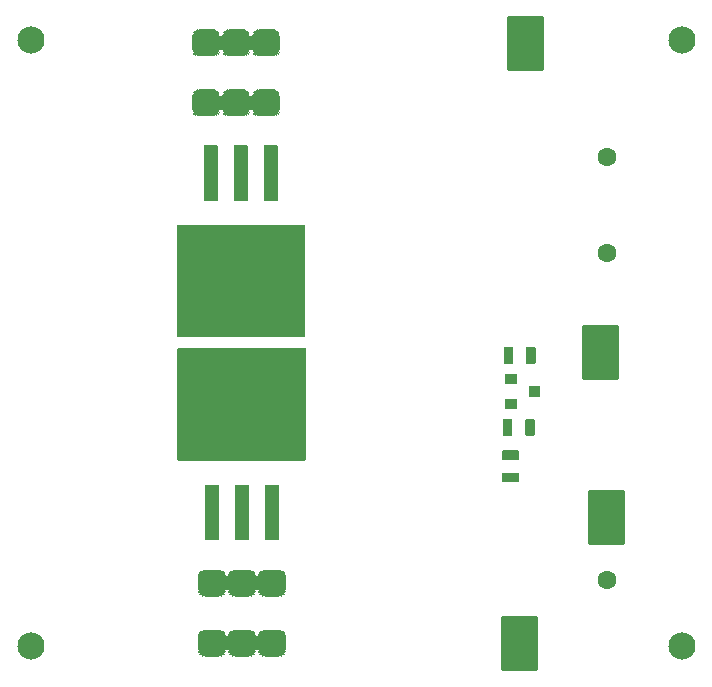
<source format=gbr>
G04 #@! TF.GenerationSoftware,KiCad,Pcbnew,(5.1.10-1-10_14)*
G04 #@! TF.CreationDate,2021-09-30T23:38:58-04:00*
G04 #@! TF.ProjectId,lv_bms_tester_board,6c765f62-6d73-45f7-9465-737465725f62,rev?*
G04 #@! TF.SameCoordinates,Original*
G04 #@! TF.FileFunction,Soldermask,Top*
G04 #@! TF.FilePolarity,Negative*
%FSLAX46Y46*%
G04 Gerber Fmt 4.6, Leading zero omitted, Abs format (unit mm)*
G04 Created by KiCad (PCBNEW (5.1.10-1-10_14)) date 2021-09-30 23:38:58*
%MOMM*%
%LPD*%
G01*
G04 APERTURE LIST*
%ADD10C,2.302000*%
%ADD11C,1.602000*%
%ADD12C,0.100000*%
G04 APERTURE END LIST*
G36*
G01*
X145010000Y-82565000D02*
X142010000Y-82565000D01*
G75*
G02*
X141959000Y-82514000I0J51000D01*
G01*
X141959000Y-78014000D01*
G75*
G02*
X142010000Y-77963000I51000J0D01*
G01*
X145010000Y-77963000D01*
G75*
G02*
X145061000Y-78014000I0J-51000D01*
G01*
X145061000Y-82514000D01*
G75*
G02*
X145010000Y-82565000I-51000J0D01*
G01*
G37*
G36*
G01*
X144502000Y-133365000D02*
X141502000Y-133365000D01*
G75*
G02*
X141451000Y-133314000I0J51000D01*
G01*
X141451000Y-128814000D01*
G75*
G02*
X141502000Y-128763000I51000J0D01*
G01*
X144502000Y-128763000D01*
G75*
G02*
X144553000Y-128814000I0J-51000D01*
G01*
X144553000Y-133314000D01*
G75*
G02*
X144502000Y-133365000I-51000J0D01*
G01*
G37*
G36*
G01*
X151360000Y-108727000D02*
X148360000Y-108727000D01*
G75*
G02*
X148309000Y-108676000I0J51000D01*
G01*
X148309000Y-104176000D01*
G75*
G02*
X148360000Y-104125000I51000J0D01*
G01*
X151360000Y-104125000D01*
G75*
G02*
X151411000Y-104176000I0J-51000D01*
G01*
X151411000Y-108676000D01*
G75*
G02*
X151360000Y-108727000I-51000J0D01*
G01*
G37*
G36*
G01*
X151868000Y-122697000D02*
X148868000Y-122697000D01*
G75*
G02*
X148817000Y-122646000I0J51000D01*
G01*
X148817000Y-118146000D01*
G75*
G02*
X148868000Y-118095000I51000J0D01*
G01*
X151868000Y-118095000D01*
G75*
G02*
X151919000Y-118146000I0J-51000D01*
G01*
X151919000Y-122646000D01*
G75*
G02*
X151868000Y-122697000I-51000J0D01*
G01*
G37*
D10*
X101600000Y-80010000D03*
X101600000Y-131318000D03*
X156718000Y-131318000D03*
X156718000Y-80010000D03*
G36*
G01*
X144353000Y-106029999D02*
X144353000Y-107330001D01*
G75*
G02*
X144302001Y-107381000I-50999J0D01*
G01*
X143601999Y-107381000D01*
G75*
G02*
X143551000Y-107330001I0J50999D01*
G01*
X143551000Y-106029999D01*
G75*
G02*
X143601999Y-105979000I50999J0D01*
G01*
X144302001Y-105979000D01*
G75*
G02*
X144353000Y-106029999I0J-50999D01*
G01*
G37*
G36*
G01*
X142453000Y-106029999D02*
X142453000Y-107330001D01*
G75*
G02*
X142402001Y-107381000I-50999J0D01*
G01*
X141701999Y-107381000D01*
G75*
G02*
X141651000Y-107330001I0J50999D01*
G01*
X141651000Y-106029999D01*
G75*
G02*
X141701999Y-105979000I50999J0D01*
G01*
X142402001Y-105979000D01*
G75*
G02*
X142453000Y-106029999I0J-50999D01*
G01*
G37*
D11*
X150368000Y-89916000D03*
X150368000Y-125730000D03*
X150368000Y-97986000D03*
G36*
G01*
X142387000Y-112125999D02*
X142387000Y-113426001D01*
G75*
G02*
X142336001Y-113477000I-50999J0D01*
G01*
X141635999Y-113477000D01*
G75*
G02*
X141585000Y-113426001I0J50999D01*
G01*
X141585000Y-112125999D01*
G75*
G02*
X141635999Y-112075000I50999J0D01*
G01*
X142336001Y-112075000D01*
G75*
G02*
X142387000Y-112125999I0J-50999D01*
G01*
G37*
G36*
G01*
X144287000Y-112125999D02*
X144287000Y-113426001D01*
G75*
G02*
X144236001Y-113477000I-50999J0D01*
G01*
X143535999Y-113477000D01*
G75*
G02*
X143485000Y-113426001I0J50999D01*
G01*
X143485000Y-112125999D01*
G75*
G02*
X143535999Y-112075000I50999J0D01*
G01*
X144236001Y-112075000D01*
G75*
G02*
X144287000Y-112125999I0J-50999D01*
G01*
G37*
G36*
G01*
X141589999Y-116627000D02*
X142890001Y-116627000D01*
G75*
G02*
X142941000Y-116677999I0J-50999D01*
G01*
X142941000Y-117378001D01*
G75*
G02*
X142890001Y-117429000I-50999J0D01*
G01*
X141589999Y-117429000D01*
G75*
G02*
X141539000Y-117378001I0J50999D01*
G01*
X141539000Y-116677999D01*
G75*
G02*
X141589999Y-116627000I50999J0D01*
G01*
G37*
G36*
G01*
X141589999Y-114727000D02*
X142890001Y-114727000D01*
G75*
G02*
X142941000Y-114777999I0J-50999D01*
G01*
X142941000Y-115478001D01*
G75*
G02*
X142890001Y-115529000I-50999J0D01*
G01*
X141589999Y-115529000D01*
G75*
G02*
X141539000Y-115478001I0J50999D01*
G01*
X141539000Y-114777999D01*
G75*
G02*
X141589999Y-114727000I50999J0D01*
G01*
G37*
G36*
G01*
X144773000Y-109328000D02*
X144773000Y-110128000D01*
G75*
G02*
X144722000Y-110179000I-51000J0D01*
G01*
X143822000Y-110179000D01*
G75*
G02*
X143771000Y-110128000I0J51000D01*
G01*
X143771000Y-109328000D01*
G75*
G02*
X143822000Y-109277000I51000J0D01*
G01*
X144722000Y-109277000D01*
G75*
G02*
X144773000Y-109328000I0J-51000D01*
G01*
G37*
G36*
G01*
X142773000Y-108278000D02*
X142773000Y-109078000D01*
G75*
G02*
X142722000Y-109129000I-51000J0D01*
G01*
X141822000Y-109129000D01*
G75*
G02*
X141771000Y-109078000I0J51000D01*
G01*
X141771000Y-108278000D01*
G75*
G02*
X141822000Y-108227000I51000J0D01*
G01*
X142722000Y-108227000D01*
G75*
G02*
X142773000Y-108278000I0J-51000D01*
G01*
G37*
G36*
G01*
X142773000Y-110378000D02*
X142773000Y-111178000D01*
G75*
G02*
X142722000Y-111229000I-51000J0D01*
G01*
X141822000Y-111229000D01*
G75*
G02*
X141771000Y-111178000I0J51000D01*
G01*
X141771000Y-110378000D01*
G75*
G02*
X141822000Y-110327000I51000J0D01*
G01*
X142722000Y-110327000D01*
G75*
G02*
X142773000Y-110378000I0J-51000D01*
G01*
G37*
G36*
G01*
X115309000Y-85865500D02*
X115309000Y-84714500D01*
G75*
G02*
X115884500Y-84139000I575500J0D01*
G01*
X117035500Y-84139000D01*
G75*
G02*
X117611000Y-84714500I0J-575500D01*
G01*
X117611000Y-85865500D01*
G75*
G02*
X117035500Y-86441000I-575500J0D01*
G01*
X115884500Y-86441000D01*
G75*
G02*
X115309000Y-85865500I0J575500D01*
G01*
G37*
G36*
G01*
X117849000Y-85865500D02*
X117849000Y-84714500D01*
G75*
G02*
X118424500Y-84139000I575500J0D01*
G01*
X119575500Y-84139000D01*
G75*
G02*
X120151000Y-84714500I0J-575500D01*
G01*
X120151000Y-85865500D01*
G75*
G02*
X119575500Y-86441000I-575500J0D01*
G01*
X118424500Y-86441000D01*
G75*
G02*
X117849000Y-85865500I0J575500D01*
G01*
G37*
G36*
G01*
X120389000Y-85865500D02*
X120389000Y-84714500D01*
G75*
G02*
X120964500Y-84139000I575500J0D01*
G01*
X122115500Y-84139000D01*
G75*
G02*
X122691000Y-84714500I0J-575500D01*
G01*
X122691000Y-85865500D01*
G75*
G02*
X122115500Y-86441000I-575500J0D01*
G01*
X120964500Y-86441000D01*
G75*
G02*
X120389000Y-85865500I0J575500D01*
G01*
G37*
G36*
G01*
X120389000Y-80785500D02*
X120389000Y-79634500D01*
G75*
G02*
X120964500Y-79059000I575500J0D01*
G01*
X122115500Y-79059000D01*
G75*
G02*
X122691000Y-79634500I0J-575500D01*
G01*
X122691000Y-80785500D01*
G75*
G02*
X122115500Y-81361000I-575500J0D01*
G01*
X120964500Y-81361000D01*
G75*
G02*
X120389000Y-80785500I0J575500D01*
G01*
G37*
G36*
G01*
X117849000Y-80785500D02*
X117849000Y-79634500D01*
G75*
G02*
X118424500Y-79059000I575500J0D01*
G01*
X119575500Y-79059000D01*
G75*
G02*
X120151000Y-79634500I0J-575500D01*
G01*
X120151000Y-80785500D01*
G75*
G02*
X119575500Y-81361000I-575500J0D01*
G01*
X118424500Y-81361000D01*
G75*
G02*
X117849000Y-80785500I0J575500D01*
G01*
G37*
G36*
G01*
X115309000Y-80785500D02*
X115309000Y-79634500D01*
G75*
G02*
X115884500Y-79059000I575500J0D01*
G01*
X117035500Y-79059000D01*
G75*
G02*
X117611000Y-79634500I0J-575500D01*
G01*
X117611000Y-80785500D01*
G75*
G02*
X117035500Y-81361000I-575500J0D01*
G01*
X115884500Y-81361000D01*
G75*
G02*
X115309000Y-80785500I0J575500D01*
G01*
G37*
G36*
G01*
X115809000Y-131615500D02*
X115809000Y-130464500D01*
G75*
G02*
X116384500Y-129889000I575500J0D01*
G01*
X117535500Y-129889000D01*
G75*
G02*
X118111000Y-130464500I0J-575500D01*
G01*
X118111000Y-131615500D01*
G75*
G02*
X117535500Y-132191000I-575500J0D01*
G01*
X116384500Y-132191000D01*
G75*
G02*
X115809000Y-131615500I0J575500D01*
G01*
G37*
G36*
G01*
X118349000Y-131615500D02*
X118349000Y-130464500D01*
G75*
G02*
X118924500Y-129889000I575500J0D01*
G01*
X120075500Y-129889000D01*
G75*
G02*
X120651000Y-130464500I0J-575500D01*
G01*
X120651000Y-131615500D01*
G75*
G02*
X120075500Y-132191000I-575500J0D01*
G01*
X118924500Y-132191000D01*
G75*
G02*
X118349000Y-131615500I0J575500D01*
G01*
G37*
G36*
G01*
X120889000Y-131615500D02*
X120889000Y-130464500D01*
G75*
G02*
X121464500Y-129889000I575500J0D01*
G01*
X122615500Y-129889000D01*
G75*
G02*
X123191000Y-130464500I0J-575500D01*
G01*
X123191000Y-131615500D01*
G75*
G02*
X122615500Y-132191000I-575500J0D01*
G01*
X121464500Y-132191000D01*
G75*
G02*
X120889000Y-131615500I0J575500D01*
G01*
G37*
G36*
G01*
X120889000Y-126535500D02*
X120889000Y-125384500D01*
G75*
G02*
X121464500Y-124809000I575500J0D01*
G01*
X122615500Y-124809000D01*
G75*
G02*
X123191000Y-125384500I0J-575500D01*
G01*
X123191000Y-126535500D01*
G75*
G02*
X122615500Y-127111000I-575500J0D01*
G01*
X121464500Y-127111000D01*
G75*
G02*
X120889000Y-126535500I0J575500D01*
G01*
G37*
G36*
G01*
X118349000Y-126535500D02*
X118349000Y-125384500D01*
G75*
G02*
X118924500Y-124809000I575500J0D01*
G01*
X120075500Y-124809000D01*
G75*
G02*
X120651000Y-125384500I0J-575500D01*
G01*
X120651000Y-126535500D01*
G75*
G02*
X120075500Y-127111000I-575500J0D01*
G01*
X118924500Y-127111000D01*
G75*
G02*
X118349000Y-126535500I0J575500D01*
G01*
G37*
G36*
G01*
X115809000Y-126535500D02*
X115809000Y-125384500D01*
G75*
G02*
X116384500Y-124809000I575500J0D01*
G01*
X117535500Y-124809000D01*
G75*
G02*
X118111000Y-125384500I0J-575500D01*
G01*
X118111000Y-126535500D01*
G75*
G02*
X117535500Y-127111000I-575500J0D01*
G01*
X116384500Y-127111000D01*
G75*
G02*
X115809000Y-126535500I0J575500D01*
G01*
G37*
G36*
G01*
X121400000Y-88899000D02*
X122500000Y-88899000D01*
G75*
G02*
X122551000Y-88950000I0J-51000D01*
G01*
X122551000Y-93550000D01*
G75*
G02*
X122500000Y-93601000I-51000J0D01*
G01*
X121400000Y-93601000D01*
G75*
G02*
X121349000Y-93550000I0J51000D01*
G01*
X121349000Y-88950000D01*
G75*
G02*
X121400000Y-88899000I51000J0D01*
G01*
G37*
G36*
G01*
X114010000Y-95649000D02*
X124810000Y-95649000D01*
G75*
G02*
X124861000Y-95700000I0J-51000D01*
G01*
X124861000Y-105100000D01*
G75*
G02*
X124810000Y-105151000I-51000J0D01*
G01*
X114010000Y-105151000D01*
G75*
G02*
X113959000Y-105100000I0J51000D01*
G01*
X113959000Y-95700000D01*
G75*
G02*
X114010000Y-95649000I51000J0D01*
G01*
G37*
G36*
G01*
X116320000Y-88899000D02*
X117420000Y-88899000D01*
G75*
G02*
X117471000Y-88950000I0J-51000D01*
G01*
X117471000Y-93550000D01*
G75*
G02*
X117420000Y-93601000I-51000J0D01*
G01*
X116320000Y-93601000D01*
G75*
G02*
X116269000Y-93550000I0J51000D01*
G01*
X116269000Y-88950000D01*
G75*
G02*
X116320000Y-88899000I51000J0D01*
G01*
G37*
G36*
G01*
X118860000Y-88899000D02*
X119960000Y-88899000D01*
G75*
G02*
X120011000Y-88950000I0J-51000D01*
G01*
X120011000Y-93550000D01*
G75*
G02*
X119960000Y-93601000I-51000J0D01*
G01*
X118860000Y-93601000D01*
G75*
G02*
X118809000Y-93550000I0J51000D01*
G01*
X118809000Y-88950000D01*
G75*
G02*
X118860000Y-88899000I51000J0D01*
G01*
G37*
G36*
G01*
X117485000Y-122326000D02*
X116385000Y-122326000D01*
G75*
G02*
X116334000Y-122275000I0J51000D01*
G01*
X116334000Y-117675000D01*
G75*
G02*
X116385000Y-117624000I51000J0D01*
G01*
X117485000Y-117624000D01*
G75*
G02*
X117536000Y-117675000I0J-51000D01*
G01*
X117536000Y-122275000D01*
G75*
G02*
X117485000Y-122326000I-51000J0D01*
G01*
G37*
G36*
G01*
X124875000Y-115576000D02*
X114075000Y-115576000D01*
G75*
G02*
X114024000Y-115525000I0J51000D01*
G01*
X114024000Y-106125000D01*
G75*
G02*
X114075000Y-106074000I51000J0D01*
G01*
X124875000Y-106074000D01*
G75*
G02*
X124926000Y-106125000I0J-51000D01*
G01*
X124926000Y-115525000D01*
G75*
G02*
X124875000Y-115576000I-51000J0D01*
G01*
G37*
G36*
G01*
X122565000Y-122326000D02*
X121465000Y-122326000D01*
G75*
G02*
X121414000Y-122275000I0J51000D01*
G01*
X121414000Y-117675000D01*
G75*
G02*
X121465000Y-117624000I51000J0D01*
G01*
X122565000Y-117624000D01*
G75*
G02*
X122616000Y-117675000I0J-51000D01*
G01*
X122616000Y-122275000D01*
G75*
G02*
X122565000Y-122326000I-51000J0D01*
G01*
G37*
G36*
G01*
X120025000Y-122326000D02*
X118925000Y-122326000D01*
G75*
G02*
X118874000Y-122275000I0J51000D01*
G01*
X118874000Y-117675000D01*
G75*
G02*
X118925000Y-117624000I51000J0D01*
G01*
X120025000Y-117624000D01*
G75*
G02*
X120076000Y-117675000I0J-51000D01*
G01*
X120076000Y-122275000D01*
G75*
G02*
X120025000Y-122326000I-51000J0D01*
G01*
G37*
D12*
G36*
X117592056Y-129887010D02*
G01*
X117698157Y-129897460D01*
X117698542Y-129897536D01*
X117794669Y-129926696D01*
X117795031Y-129926846D01*
X117883613Y-129974194D01*
X117883939Y-129974412D01*
X117961587Y-130038136D01*
X117961864Y-130038413D01*
X118025588Y-130116061D01*
X118025806Y-130116387D01*
X118073154Y-130204969D01*
X118073304Y-130205331D01*
X118102464Y-130301458D01*
X118102540Y-130301843D01*
X118107583Y-130353042D01*
X118112307Y-130376794D01*
X118121534Y-130399068D01*
X118134929Y-130419116D01*
X118151976Y-130436163D01*
X118172023Y-130449557D01*
X118194297Y-130458784D01*
X118217947Y-130463488D01*
X118242053Y-130463488D01*
X118265703Y-130458784D01*
X118287977Y-130449557D01*
X118308025Y-130436162D01*
X118325072Y-130419115D01*
X118338466Y-130399068D01*
X118347693Y-130376794D01*
X118352417Y-130353042D01*
X118357460Y-130301843D01*
X118357536Y-130301458D01*
X118386696Y-130205331D01*
X118386846Y-130204969D01*
X118434194Y-130116387D01*
X118434412Y-130116061D01*
X118498136Y-130038413D01*
X118498413Y-130038136D01*
X118576061Y-129974412D01*
X118576387Y-129974194D01*
X118664969Y-129926846D01*
X118665331Y-129926696D01*
X118761458Y-129897536D01*
X118761843Y-129897460D01*
X118867944Y-129887010D01*
X118868140Y-129887000D01*
X118924500Y-129887000D01*
X118926232Y-129888000D01*
X118926232Y-129890000D01*
X118924696Y-129890990D01*
X118812621Y-129902028D01*
X118705035Y-129934664D01*
X118605885Y-129987660D01*
X118518981Y-130058981D01*
X118447660Y-130145885D01*
X118394664Y-130245035D01*
X118362028Y-130352621D01*
X118351000Y-130464594D01*
X118351000Y-131615406D01*
X118362028Y-131727379D01*
X118394664Y-131834965D01*
X118447660Y-131934115D01*
X118518981Y-132021019D01*
X118605885Y-132092340D01*
X118705035Y-132145336D01*
X118812621Y-132177972D01*
X118924696Y-132189010D01*
X118926322Y-132190175D01*
X118926126Y-132192165D01*
X118924500Y-132193000D01*
X118868140Y-132193000D01*
X118867944Y-132192990D01*
X118761843Y-132182540D01*
X118761458Y-132182464D01*
X118665331Y-132153304D01*
X118664969Y-132153154D01*
X118576387Y-132105806D01*
X118576061Y-132105588D01*
X118498413Y-132041864D01*
X118498136Y-132041587D01*
X118434412Y-131963939D01*
X118434194Y-131963613D01*
X118386846Y-131875031D01*
X118386696Y-131874669D01*
X118357536Y-131778542D01*
X118357460Y-131778157D01*
X118352417Y-131726958D01*
X118347693Y-131703206D01*
X118338466Y-131680932D01*
X118325071Y-131660884D01*
X118308024Y-131643837D01*
X118287977Y-131630443D01*
X118265703Y-131621216D01*
X118242053Y-131616512D01*
X118217947Y-131616512D01*
X118194297Y-131621216D01*
X118172023Y-131630443D01*
X118151975Y-131643838D01*
X118134928Y-131660885D01*
X118121534Y-131680932D01*
X118112307Y-131703206D01*
X118107583Y-131726958D01*
X118102540Y-131778157D01*
X118102464Y-131778542D01*
X118073304Y-131874669D01*
X118073154Y-131875031D01*
X118025806Y-131963613D01*
X118025588Y-131963939D01*
X117961864Y-132041587D01*
X117961587Y-132041864D01*
X117883939Y-132105588D01*
X117883613Y-132105806D01*
X117795031Y-132153154D01*
X117794669Y-132153304D01*
X117698542Y-132182464D01*
X117698157Y-132182540D01*
X117592056Y-132192990D01*
X117591860Y-132193000D01*
X117535500Y-132193000D01*
X117533768Y-132192000D01*
X117533768Y-132190000D01*
X117535304Y-132189010D01*
X117647379Y-132177972D01*
X117754965Y-132145336D01*
X117854115Y-132092340D01*
X117941019Y-132021019D01*
X118012340Y-131934115D01*
X118065336Y-131834965D01*
X118097972Y-131727379D01*
X118109000Y-131615406D01*
X118109000Y-130464594D01*
X118097972Y-130352621D01*
X118065336Y-130245035D01*
X118012340Y-130145885D01*
X117941019Y-130058981D01*
X117854115Y-129987660D01*
X117754965Y-129934664D01*
X117647379Y-129902028D01*
X117535304Y-129890990D01*
X117533678Y-129889825D01*
X117533874Y-129887835D01*
X117535500Y-129887000D01*
X117591860Y-129887000D01*
X117592056Y-129887010D01*
G37*
G36*
X120132056Y-129887010D02*
G01*
X120238157Y-129897460D01*
X120238542Y-129897536D01*
X120334669Y-129926696D01*
X120335031Y-129926846D01*
X120423613Y-129974194D01*
X120423939Y-129974412D01*
X120501587Y-130038136D01*
X120501864Y-130038413D01*
X120565588Y-130116061D01*
X120565806Y-130116387D01*
X120613154Y-130204969D01*
X120613304Y-130205331D01*
X120642464Y-130301458D01*
X120642540Y-130301843D01*
X120647583Y-130353042D01*
X120652307Y-130376794D01*
X120661534Y-130399068D01*
X120674929Y-130419116D01*
X120691976Y-130436163D01*
X120712023Y-130449557D01*
X120734297Y-130458784D01*
X120757947Y-130463488D01*
X120782053Y-130463488D01*
X120805703Y-130458784D01*
X120827977Y-130449557D01*
X120848025Y-130436162D01*
X120865072Y-130419115D01*
X120878466Y-130399068D01*
X120887693Y-130376794D01*
X120892417Y-130353042D01*
X120897460Y-130301843D01*
X120897536Y-130301458D01*
X120926696Y-130205331D01*
X120926846Y-130204969D01*
X120974194Y-130116387D01*
X120974412Y-130116061D01*
X121038136Y-130038413D01*
X121038413Y-130038136D01*
X121116061Y-129974412D01*
X121116387Y-129974194D01*
X121204969Y-129926846D01*
X121205331Y-129926696D01*
X121301458Y-129897536D01*
X121301843Y-129897460D01*
X121407944Y-129887010D01*
X121408140Y-129887000D01*
X121464500Y-129887000D01*
X121466232Y-129888000D01*
X121466232Y-129890000D01*
X121464696Y-129890990D01*
X121352621Y-129902028D01*
X121245035Y-129934664D01*
X121145885Y-129987660D01*
X121058981Y-130058981D01*
X120987660Y-130145885D01*
X120934664Y-130245035D01*
X120902028Y-130352621D01*
X120891000Y-130464594D01*
X120891000Y-131615406D01*
X120902028Y-131727379D01*
X120934664Y-131834965D01*
X120987660Y-131934115D01*
X121058981Y-132021019D01*
X121145885Y-132092340D01*
X121245035Y-132145336D01*
X121352621Y-132177972D01*
X121464696Y-132189010D01*
X121466322Y-132190175D01*
X121466126Y-132192165D01*
X121464500Y-132193000D01*
X121408140Y-132193000D01*
X121407944Y-132192990D01*
X121301843Y-132182540D01*
X121301458Y-132182464D01*
X121205331Y-132153304D01*
X121204969Y-132153154D01*
X121116387Y-132105806D01*
X121116061Y-132105588D01*
X121038413Y-132041864D01*
X121038136Y-132041587D01*
X120974412Y-131963939D01*
X120974194Y-131963613D01*
X120926846Y-131875031D01*
X120926696Y-131874669D01*
X120897536Y-131778542D01*
X120897460Y-131778157D01*
X120892417Y-131726958D01*
X120887693Y-131703206D01*
X120878466Y-131680932D01*
X120865071Y-131660884D01*
X120848024Y-131643837D01*
X120827977Y-131630443D01*
X120805703Y-131621216D01*
X120782053Y-131616512D01*
X120757947Y-131616512D01*
X120734297Y-131621216D01*
X120712023Y-131630443D01*
X120691975Y-131643838D01*
X120674928Y-131660885D01*
X120661534Y-131680932D01*
X120652307Y-131703206D01*
X120647583Y-131726958D01*
X120642540Y-131778157D01*
X120642464Y-131778542D01*
X120613304Y-131874669D01*
X120613154Y-131875031D01*
X120565806Y-131963613D01*
X120565588Y-131963939D01*
X120501864Y-132041587D01*
X120501587Y-132041864D01*
X120423939Y-132105588D01*
X120423613Y-132105806D01*
X120335031Y-132153154D01*
X120334669Y-132153304D01*
X120238542Y-132182464D01*
X120238157Y-132182540D01*
X120132056Y-132192990D01*
X120131860Y-132193000D01*
X120075500Y-132193000D01*
X120073768Y-132192000D01*
X120073768Y-132190000D01*
X120075304Y-132189010D01*
X120187379Y-132177972D01*
X120294965Y-132145336D01*
X120394115Y-132092340D01*
X120481019Y-132021019D01*
X120552340Y-131934115D01*
X120605336Y-131834965D01*
X120637972Y-131727379D01*
X120649000Y-131615406D01*
X120649000Y-130464594D01*
X120637972Y-130352621D01*
X120605336Y-130245035D01*
X120552340Y-130145885D01*
X120481019Y-130058981D01*
X120394115Y-129987660D01*
X120294965Y-129934664D01*
X120187379Y-129902028D01*
X120075304Y-129890990D01*
X120073678Y-129889825D01*
X120073874Y-129887835D01*
X120075500Y-129887000D01*
X120131860Y-129887000D01*
X120132056Y-129887010D01*
G37*
G36*
X123192165Y-131613874D02*
G01*
X123193000Y-131615500D01*
X123193000Y-131671860D01*
X123192990Y-131672056D01*
X123182540Y-131778157D01*
X123182464Y-131778542D01*
X123153304Y-131874669D01*
X123153154Y-131875031D01*
X123105806Y-131963613D01*
X123105588Y-131963939D01*
X123041864Y-132041587D01*
X123041587Y-132041864D01*
X122963939Y-132105588D01*
X122963613Y-132105806D01*
X122875031Y-132153154D01*
X122874669Y-132153304D01*
X122778542Y-132182464D01*
X122778157Y-132182540D01*
X122672056Y-132192990D01*
X122671860Y-132193000D01*
X122615500Y-132193000D01*
X122613768Y-132192000D01*
X122613768Y-132190000D01*
X122615304Y-132189010D01*
X122727379Y-132177972D01*
X122834965Y-132145336D01*
X122934115Y-132092340D01*
X123021019Y-132021019D01*
X123092340Y-131934115D01*
X123145336Y-131834965D01*
X123177972Y-131727379D01*
X123189010Y-131615304D01*
X123190175Y-131613678D01*
X123192165Y-131613874D01*
G37*
G36*
X115810990Y-131615304D02*
G01*
X115822028Y-131727379D01*
X115854664Y-131834965D01*
X115907660Y-131934115D01*
X115978981Y-132021019D01*
X116065885Y-132092340D01*
X116165035Y-132145336D01*
X116272621Y-132177972D01*
X116384696Y-132189010D01*
X116386322Y-132190175D01*
X116386126Y-132192165D01*
X116384500Y-132193000D01*
X116328140Y-132193000D01*
X116327944Y-132192990D01*
X116221843Y-132182540D01*
X116221458Y-132182464D01*
X116125331Y-132153304D01*
X116124969Y-132153154D01*
X116036387Y-132105806D01*
X116036061Y-132105588D01*
X115958413Y-132041864D01*
X115958136Y-132041587D01*
X115894412Y-131963939D01*
X115894194Y-131963613D01*
X115846846Y-131875031D01*
X115846696Y-131874669D01*
X115817536Y-131778542D01*
X115817460Y-131778157D01*
X115807010Y-131672056D01*
X115807000Y-131671860D01*
X115807000Y-131615500D01*
X115808000Y-131613768D01*
X115810000Y-131613768D01*
X115810990Y-131615304D01*
G37*
G36*
X116386232Y-129888000D02*
G01*
X116386232Y-129890000D01*
X116384696Y-129890990D01*
X116272621Y-129902028D01*
X116165035Y-129934664D01*
X116065885Y-129987660D01*
X115978981Y-130058981D01*
X115907660Y-130145885D01*
X115854664Y-130245035D01*
X115822028Y-130352621D01*
X115810990Y-130464696D01*
X115809825Y-130466322D01*
X115807835Y-130466126D01*
X115807000Y-130464500D01*
X115807000Y-130408140D01*
X115807010Y-130407944D01*
X115817460Y-130301843D01*
X115817536Y-130301458D01*
X115846696Y-130205331D01*
X115846846Y-130204969D01*
X115894194Y-130116387D01*
X115894412Y-130116061D01*
X115958136Y-130038413D01*
X115958413Y-130038136D01*
X116036061Y-129974412D01*
X116036387Y-129974194D01*
X116124969Y-129926846D01*
X116125331Y-129926696D01*
X116221458Y-129897536D01*
X116221843Y-129897460D01*
X116327944Y-129887010D01*
X116328140Y-129887000D01*
X116384500Y-129887000D01*
X116386232Y-129888000D01*
G37*
G36*
X122672056Y-129887010D02*
G01*
X122778157Y-129897460D01*
X122778542Y-129897536D01*
X122874669Y-129926696D01*
X122875031Y-129926846D01*
X122963613Y-129974194D01*
X122963939Y-129974412D01*
X123041587Y-130038136D01*
X123041864Y-130038413D01*
X123105588Y-130116061D01*
X123105806Y-130116387D01*
X123153154Y-130204969D01*
X123153304Y-130205331D01*
X123182464Y-130301458D01*
X123182540Y-130301843D01*
X123192990Y-130407944D01*
X123193000Y-130408140D01*
X123193000Y-130464500D01*
X123192000Y-130466232D01*
X123190000Y-130466232D01*
X123189010Y-130464696D01*
X123177972Y-130352621D01*
X123145336Y-130245035D01*
X123092340Y-130145885D01*
X123021019Y-130058981D01*
X122934115Y-129987660D01*
X122834965Y-129934664D01*
X122727379Y-129902028D01*
X122615304Y-129890990D01*
X122613678Y-129889825D01*
X122613874Y-129887835D01*
X122615500Y-129887000D01*
X122671860Y-129887000D01*
X122672056Y-129887010D01*
G37*
G36*
X117592056Y-124807010D02*
G01*
X117698157Y-124817460D01*
X117698542Y-124817536D01*
X117794669Y-124846696D01*
X117795031Y-124846846D01*
X117883613Y-124894194D01*
X117883939Y-124894412D01*
X117961587Y-124958136D01*
X117961864Y-124958413D01*
X118025588Y-125036061D01*
X118025806Y-125036387D01*
X118073154Y-125124969D01*
X118073304Y-125125331D01*
X118102464Y-125221458D01*
X118102540Y-125221843D01*
X118107583Y-125273042D01*
X118112307Y-125296794D01*
X118121534Y-125319068D01*
X118134929Y-125339116D01*
X118151976Y-125356163D01*
X118172023Y-125369557D01*
X118194297Y-125378784D01*
X118217947Y-125383488D01*
X118242053Y-125383488D01*
X118265703Y-125378784D01*
X118287977Y-125369557D01*
X118308025Y-125356162D01*
X118325072Y-125339115D01*
X118338466Y-125319068D01*
X118347693Y-125296794D01*
X118352417Y-125273042D01*
X118357460Y-125221843D01*
X118357536Y-125221458D01*
X118386696Y-125125331D01*
X118386846Y-125124969D01*
X118434194Y-125036387D01*
X118434412Y-125036061D01*
X118498136Y-124958413D01*
X118498413Y-124958136D01*
X118576061Y-124894412D01*
X118576387Y-124894194D01*
X118664969Y-124846846D01*
X118665331Y-124846696D01*
X118761458Y-124817536D01*
X118761843Y-124817460D01*
X118867944Y-124807010D01*
X118868140Y-124807000D01*
X118924500Y-124807000D01*
X118926232Y-124808000D01*
X118926232Y-124810000D01*
X118924696Y-124810990D01*
X118812621Y-124822028D01*
X118705035Y-124854664D01*
X118605885Y-124907660D01*
X118518981Y-124978981D01*
X118447660Y-125065885D01*
X118394664Y-125165035D01*
X118362028Y-125272621D01*
X118351000Y-125384594D01*
X118351000Y-126535406D01*
X118362028Y-126647379D01*
X118394664Y-126754965D01*
X118447660Y-126854115D01*
X118518981Y-126941019D01*
X118605885Y-127012340D01*
X118705035Y-127065336D01*
X118812621Y-127097972D01*
X118924696Y-127109010D01*
X118926322Y-127110175D01*
X118926126Y-127112165D01*
X118924500Y-127113000D01*
X118868140Y-127113000D01*
X118867944Y-127112990D01*
X118761843Y-127102540D01*
X118761458Y-127102464D01*
X118665331Y-127073304D01*
X118664969Y-127073154D01*
X118576387Y-127025806D01*
X118576061Y-127025588D01*
X118498413Y-126961864D01*
X118498136Y-126961587D01*
X118434412Y-126883939D01*
X118434194Y-126883613D01*
X118386846Y-126795031D01*
X118386696Y-126794669D01*
X118357536Y-126698542D01*
X118357460Y-126698157D01*
X118352417Y-126646958D01*
X118347693Y-126623206D01*
X118338466Y-126600932D01*
X118325071Y-126580884D01*
X118308024Y-126563837D01*
X118287977Y-126550443D01*
X118265703Y-126541216D01*
X118242053Y-126536512D01*
X118217947Y-126536512D01*
X118194297Y-126541216D01*
X118172023Y-126550443D01*
X118151975Y-126563838D01*
X118134928Y-126580885D01*
X118121534Y-126600932D01*
X118112307Y-126623206D01*
X118107583Y-126646958D01*
X118102540Y-126698157D01*
X118102464Y-126698542D01*
X118073304Y-126794669D01*
X118073154Y-126795031D01*
X118025806Y-126883613D01*
X118025588Y-126883939D01*
X117961864Y-126961587D01*
X117961587Y-126961864D01*
X117883939Y-127025588D01*
X117883613Y-127025806D01*
X117795031Y-127073154D01*
X117794669Y-127073304D01*
X117698542Y-127102464D01*
X117698157Y-127102540D01*
X117592056Y-127112990D01*
X117591860Y-127113000D01*
X117535500Y-127113000D01*
X117533768Y-127112000D01*
X117533768Y-127110000D01*
X117535304Y-127109010D01*
X117647379Y-127097972D01*
X117754965Y-127065336D01*
X117854115Y-127012340D01*
X117941019Y-126941019D01*
X118012340Y-126854115D01*
X118065336Y-126754965D01*
X118097972Y-126647379D01*
X118109000Y-126535406D01*
X118109000Y-125384594D01*
X118097972Y-125272621D01*
X118065336Y-125165035D01*
X118012340Y-125065885D01*
X117941019Y-124978981D01*
X117854115Y-124907660D01*
X117754965Y-124854664D01*
X117647379Y-124822028D01*
X117535304Y-124810990D01*
X117533678Y-124809825D01*
X117533874Y-124807835D01*
X117535500Y-124807000D01*
X117591860Y-124807000D01*
X117592056Y-124807010D01*
G37*
G36*
X120132056Y-124807010D02*
G01*
X120238157Y-124817460D01*
X120238542Y-124817536D01*
X120334669Y-124846696D01*
X120335031Y-124846846D01*
X120423613Y-124894194D01*
X120423939Y-124894412D01*
X120501587Y-124958136D01*
X120501864Y-124958413D01*
X120565588Y-125036061D01*
X120565806Y-125036387D01*
X120613154Y-125124969D01*
X120613304Y-125125331D01*
X120642464Y-125221458D01*
X120642540Y-125221843D01*
X120647583Y-125273042D01*
X120652307Y-125296794D01*
X120661534Y-125319068D01*
X120674929Y-125339116D01*
X120691976Y-125356163D01*
X120712023Y-125369557D01*
X120734297Y-125378784D01*
X120757947Y-125383488D01*
X120782053Y-125383488D01*
X120805703Y-125378784D01*
X120827977Y-125369557D01*
X120848025Y-125356162D01*
X120865072Y-125339115D01*
X120878466Y-125319068D01*
X120887693Y-125296794D01*
X120892417Y-125273042D01*
X120897460Y-125221843D01*
X120897536Y-125221458D01*
X120926696Y-125125331D01*
X120926846Y-125124969D01*
X120974194Y-125036387D01*
X120974412Y-125036061D01*
X121038136Y-124958413D01*
X121038413Y-124958136D01*
X121116061Y-124894412D01*
X121116387Y-124894194D01*
X121204969Y-124846846D01*
X121205331Y-124846696D01*
X121301458Y-124817536D01*
X121301843Y-124817460D01*
X121407944Y-124807010D01*
X121408140Y-124807000D01*
X121464500Y-124807000D01*
X121466232Y-124808000D01*
X121466232Y-124810000D01*
X121464696Y-124810990D01*
X121352621Y-124822028D01*
X121245035Y-124854664D01*
X121145885Y-124907660D01*
X121058981Y-124978981D01*
X120987660Y-125065885D01*
X120934664Y-125165035D01*
X120902028Y-125272621D01*
X120891000Y-125384594D01*
X120891000Y-126535406D01*
X120902028Y-126647379D01*
X120934664Y-126754965D01*
X120987660Y-126854115D01*
X121058981Y-126941019D01*
X121145885Y-127012340D01*
X121245035Y-127065336D01*
X121352621Y-127097972D01*
X121464696Y-127109010D01*
X121466322Y-127110175D01*
X121466126Y-127112165D01*
X121464500Y-127113000D01*
X121408140Y-127113000D01*
X121407944Y-127112990D01*
X121301843Y-127102540D01*
X121301458Y-127102464D01*
X121205331Y-127073304D01*
X121204969Y-127073154D01*
X121116387Y-127025806D01*
X121116061Y-127025588D01*
X121038413Y-126961864D01*
X121038136Y-126961587D01*
X120974412Y-126883939D01*
X120974194Y-126883613D01*
X120926846Y-126795031D01*
X120926696Y-126794669D01*
X120897536Y-126698542D01*
X120897460Y-126698157D01*
X120892417Y-126646958D01*
X120887693Y-126623206D01*
X120878466Y-126600932D01*
X120865071Y-126580884D01*
X120848024Y-126563837D01*
X120827977Y-126550443D01*
X120805703Y-126541216D01*
X120782053Y-126536512D01*
X120757947Y-126536512D01*
X120734297Y-126541216D01*
X120712023Y-126550443D01*
X120691975Y-126563838D01*
X120674928Y-126580885D01*
X120661534Y-126600932D01*
X120652307Y-126623206D01*
X120647583Y-126646958D01*
X120642540Y-126698157D01*
X120642464Y-126698542D01*
X120613304Y-126794669D01*
X120613154Y-126795031D01*
X120565806Y-126883613D01*
X120565588Y-126883939D01*
X120501864Y-126961587D01*
X120501587Y-126961864D01*
X120423939Y-127025588D01*
X120423613Y-127025806D01*
X120335031Y-127073154D01*
X120334669Y-127073304D01*
X120238542Y-127102464D01*
X120238157Y-127102540D01*
X120132056Y-127112990D01*
X120131860Y-127113000D01*
X120075500Y-127113000D01*
X120073768Y-127112000D01*
X120073768Y-127110000D01*
X120075304Y-127109010D01*
X120187379Y-127097972D01*
X120294965Y-127065336D01*
X120394115Y-127012340D01*
X120481019Y-126941019D01*
X120552340Y-126854115D01*
X120605336Y-126754965D01*
X120637972Y-126647379D01*
X120649000Y-126535406D01*
X120649000Y-125384594D01*
X120637972Y-125272621D01*
X120605336Y-125165035D01*
X120552340Y-125065885D01*
X120481019Y-124978981D01*
X120394115Y-124907660D01*
X120294965Y-124854664D01*
X120187379Y-124822028D01*
X120075304Y-124810990D01*
X120073678Y-124809825D01*
X120073874Y-124807835D01*
X120075500Y-124807000D01*
X120131860Y-124807000D01*
X120132056Y-124807010D01*
G37*
G36*
X115810990Y-126535304D02*
G01*
X115822028Y-126647379D01*
X115854664Y-126754965D01*
X115907660Y-126854115D01*
X115978981Y-126941019D01*
X116065885Y-127012340D01*
X116165035Y-127065336D01*
X116272621Y-127097972D01*
X116384696Y-127109010D01*
X116386322Y-127110175D01*
X116386126Y-127112165D01*
X116384500Y-127113000D01*
X116328140Y-127113000D01*
X116327944Y-127112990D01*
X116221843Y-127102540D01*
X116221458Y-127102464D01*
X116125331Y-127073304D01*
X116124969Y-127073154D01*
X116036387Y-127025806D01*
X116036061Y-127025588D01*
X115958413Y-126961864D01*
X115958136Y-126961587D01*
X115894412Y-126883939D01*
X115894194Y-126883613D01*
X115846846Y-126795031D01*
X115846696Y-126794669D01*
X115817536Y-126698542D01*
X115817460Y-126698157D01*
X115807010Y-126592056D01*
X115807000Y-126591860D01*
X115807000Y-126535500D01*
X115808000Y-126533768D01*
X115810000Y-126533768D01*
X115810990Y-126535304D01*
G37*
G36*
X123192165Y-126533874D02*
G01*
X123193000Y-126535500D01*
X123193000Y-126591860D01*
X123192990Y-126592056D01*
X123182540Y-126698157D01*
X123182464Y-126698542D01*
X123153304Y-126794669D01*
X123153154Y-126795031D01*
X123105806Y-126883613D01*
X123105588Y-126883939D01*
X123041864Y-126961587D01*
X123041587Y-126961864D01*
X122963939Y-127025588D01*
X122963613Y-127025806D01*
X122875031Y-127073154D01*
X122874669Y-127073304D01*
X122778542Y-127102464D01*
X122778157Y-127102540D01*
X122672056Y-127112990D01*
X122671860Y-127113000D01*
X122615500Y-127113000D01*
X122613768Y-127112000D01*
X122613768Y-127110000D01*
X122615304Y-127109010D01*
X122727379Y-127097972D01*
X122834965Y-127065336D01*
X122934115Y-127012340D01*
X123021019Y-126941019D01*
X123092340Y-126854115D01*
X123145336Y-126754965D01*
X123177972Y-126647379D01*
X123189010Y-126535304D01*
X123190175Y-126533678D01*
X123192165Y-126533874D01*
G37*
G36*
X116386232Y-124808000D02*
G01*
X116386232Y-124810000D01*
X116384696Y-124810990D01*
X116272621Y-124822028D01*
X116165035Y-124854664D01*
X116065885Y-124907660D01*
X115978981Y-124978981D01*
X115907660Y-125065885D01*
X115854664Y-125165035D01*
X115822028Y-125272621D01*
X115810990Y-125384696D01*
X115809825Y-125386322D01*
X115807835Y-125386126D01*
X115807000Y-125384500D01*
X115807000Y-125328140D01*
X115807010Y-125327944D01*
X115817460Y-125221843D01*
X115817536Y-125221458D01*
X115846696Y-125125331D01*
X115846846Y-125124969D01*
X115894194Y-125036387D01*
X115894412Y-125036061D01*
X115958136Y-124958413D01*
X115958413Y-124958136D01*
X116036061Y-124894412D01*
X116036387Y-124894194D01*
X116124969Y-124846846D01*
X116125331Y-124846696D01*
X116221458Y-124817536D01*
X116221843Y-124817460D01*
X116327944Y-124807010D01*
X116328140Y-124807000D01*
X116384500Y-124807000D01*
X116386232Y-124808000D01*
G37*
G36*
X122672056Y-124807010D02*
G01*
X122778157Y-124817460D01*
X122778542Y-124817536D01*
X122874669Y-124846696D01*
X122875031Y-124846846D01*
X122963613Y-124894194D01*
X122963939Y-124894412D01*
X123041587Y-124958136D01*
X123041864Y-124958413D01*
X123105588Y-125036061D01*
X123105806Y-125036387D01*
X123153154Y-125124969D01*
X123153304Y-125125331D01*
X123182464Y-125221458D01*
X123182540Y-125221843D01*
X123192990Y-125327944D01*
X123193000Y-125328140D01*
X123193000Y-125384500D01*
X123192000Y-125386232D01*
X123190000Y-125386232D01*
X123189010Y-125384696D01*
X123177972Y-125272621D01*
X123145336Y-125165035D01*
X123092340Y-125065885D01*
X123021019Y-124978981D01*
X122934115Y-124907660D01*
X122834965Y-124854664D01*
X122727379Y-124822028D01*
X122615304Y-124810990D01*
X122613678Y-124809825D01*
X122613874Y-124807835D01*
X122615500Y-124807000D01*
X122671860Y-124807000D01*
X122672056Y-124807010D01*
G37*
G36*
X119632056Y-84137010D02*
G01*
X119738157Y-84147460D01*
X119738542Y-84147536D01*
X119834669Y-84176696D01*
X119835031Y-84176846D01*
X119923613Y-84224194D01*
X119923939Y-84224412D01*
X120001587Y-84288136D01*
X120001864Y-84288413D01*
X120065588Y-84366061D01*
X120065806Y-84366387D01*
X120113154Y-84454969D01*
X120113304Y-84455331D01*
X120142464Y-84551458D01*
X120142540Y-84551843D01*
X120147583Y-84603042D01*
X120152307Y-84626794D01*
X120161534Y-84649068D01*
X120174929Y-84669116D01*
X120191976Y-84686163D01*
X120212023Y-84699557D01*
X120234297Y-84708784D01*
X120257947Y-84713488D01*
X120282053Y-84713488D01*
X120305703Y-84708784D01*
X120327977Y-84699557D01*
X120348025Y-84686162D01*
X120365072Y-84669115D01*
X120378466Y-84649068D01*
X120387693Y-84626794D01*
X120392417Y-84603042D01*
X120397460Y-84551843D01*
X120397536Y-84551458D01*
X120426696Y-84455331D01*
X120426846Y-84454969D01*
X120474194Y-84366387D01*
X120474412Y-84366061D01*
X120538136Y-84288413D01*
X120538413Y-84288136D01*
X120616061Y-84224412D01*
X120616387Y-84224194D01*
X120704969Y-84176846D01*
X120705331Y-84176696D01*
X120801458Y-84147536D01*
X120801843Y-84147460D01*
X120907944Y-84137010D01*
X120908140Y-84137000D01*
X120964500Y-84137000D01*
X120966232Y-84138000D01*
X120966232Y-84140000D01*
X120964696Y-84140990D01*
X120852621Y-84152028D01*
X120745035Y-84184664D01*
X120645885Y-84237660D01*
X120558981Y-84308981D01*
X120487660Y-84395885D01*
X120434664Y-84495035D01*
X120402028Y-84602621D01*
X120391000Y-84714594D01*
X120391000Y-85865406D01*
X120402028Y-85977379D01*
X120434664Y-86084965D01*
X120487660Y-86184115D01*
X120558981Y-86271019D01*
X120645885Y-86342340D01*
X120745035Y-86395336D01*
X120852621Y-86427972D01*
X120964696Y-86439010D01*
X120966322Y-86440175D01*
X120966126Y-86442165D01*
X120964500Y-86443000D01*
X120908140Y-86443000D01*
X120907944Y-86442990D01*
X120801843Y-86432540D01*
X120801458Y-86432464D01*
X120705331Y-86403304D01*
X120704969Y-86403154D01*
X120616387Y-86355806D01*
X120616061Y-86355588D01*
X120538413Y-86291864D01*
X120538136Y-86291587D01*
X120474412Y-86213939D01*
X120474194Y-86213613D01*
X120426846Y-86125031D01*
X120426696Y-86124669D01*
X120397536Y-86028542D01*
X120397460Y-86028157D01*
X120392417Y-85976958D01*
X120387693Y-85953206D01*
X120378466Y-85930932D01*
X120365071Y-85910884D01*
X120348024Y-85893837D01*
X120327977Y-85880443D01*
X120305703Y-85871216D01*
X120282053Y-85866512D01*
X120257947Y-85866512D01*
X120234297Y-85871216D01*
X120212023Y-85880443D01*
X120191975Y-85893838D01*
X120174928Y-85910885D01*
X120161534Y-85930932D01*
X120152307Y-85953206D01*
X120147583Y-85976958D01*
X120142540Y-86028157D01*
X120142464Y-86028542D01*
X120113304Y-86124669D01*
X120113154Y-86125031D01*
X120065806Y-86213613D01*
X120065588Y-86213939D01*
X120001864Y-86291587D01*
X120001587Y-86291864D01*
X119923939Y-86355588D01*
X119923613Y-86355806D01*
X119835031Y-86403154D01*
X119834669Y-86403304D01*
X119738542Y-86432464D01*
X119738157Y-86432540D01*
X119632056Y-86442990D01*
X119631860Y-86443000D01*
X119575500Y-86443000D01*
X119573768Y-86442000D01*
X119573768Y-86440000D01*
X119575304Y-86439010D01*
X119687379Y-86427972D01*
X119794965Y-86395336D01*
X119894115Y-86342340D01*
X119981019Y-86271019D01*
X120052340Y-86184115D01*
X120105336Y-86084965D01*
X120137972Y-85977379D01*
X120149000Y-85865406D01*
X120149000Y-84714594D01*
X120137972Y-84602621D01*
X120105336Y-84495035D01*
X120052340Y-84395885D01*
X119981019Y-84308981D01*
X119894115Y-84237660D01*
X119794965Y-84184664D01*
X119687379Y-84152028D01*
X119575304Y-84140990D01*
X119573678Y-84139825D01*
X119573874Y-84137835D01*
X119575500Y-84137000D01*
X119631860Y-84137000D01*
X119632056Y-84137010D01*
G37*
G36*
X115310990Y-85865304D02*
G01*
X115322028Y-85977379D01*
X115354664Y-86084965D01*
X115407660Y-86184115D01*
X115478981Y-86271019D01*
X115565885Y-86342340D01*
X115665035Y-86395336D01*
X115772621Y-86427972D01*
X115884696Y-86439010D01*
X115886322Y-86440175D01*
X115886126Y-86442165D01*
X115884500Y-86443000D01*
X115828140Y-86443000D01*
X115827944Y-86442990D01*
X115721843Y-86432540D01*
X115721458Y-86432464D01*
X115625331Y-86403304D01*
X115624969Y-86403154D01*
X115536387Y-86355806D01*
X115536061Y-86355588D01*
X115458413Y-86291864D01*
X115458136Y-86291587D01*
X115394412Y-86213939D01*
X115394194Y-86213613D01*
X115346846Y-86125031D01*
X115346696Y-86124669D01*
X115317536Y-86028542D01*
X115317460Y-86028157D01*
X115307010Y-85922056D01*
X115307000Y-85921860D01*
X115307000Y-85865500D01*
X115308000Y-85863768D01*
X115310000Y-85863768D01*
X115310990Y-85865304D01*
G37*
G36*
X122692165Y-85863874D02*
G01*
X122693000Y-85865500D01*
X122693000Y-85921860D01*
X122692990Y-85922056D01*
X122682540Y-86028157D01*
X122682464Y-86028542D01*
X122653304Y-86124669D01*
X122653154Y-86125031D01*
X122605806Y-86213613D01*
X122605588Y-86213939D01*
X122541864Y-86291587D01*
X122541587Y-86291864D01*
X122463939Y-86355588D01*
X122463613Y-86355806D01*
X122375031Y-86403154D01*
X122374669Y-86403304D01*
X122278542Y-86432464D01*
X122278157Y-86432540D01*
X122172056Y-86442990D01*
X122171860Y-86443000D01*
X122115500Y-86443000D01*
X122113768Y-86442000D01*
X122113768Y-86440000D01*
X122115304Y-86439010D01*
X122227379Y-86427972D01*
X122334965Y-86395336D01*
X122434115Y-86342340D01*
X122521019Y-86271019D01*
X122592340Y-86184115D01*
X122645336Y-86084965D01*
X122677972Y-85977379D01*
X122689010Y-85865304D01*
X122690175Y-85863678D01*
X122692165Y-85863874D01*
G37*
G36*
X117092056Y-84137010D02*
G01*
X117198157Y-84147460D01*
X117198542Y-84147536D01*
X117294669Y-84176696D01*
X117295031Y-84176846D01*
X117383613Y-84224194D01*
X117383939Y-84224412D01*
X117461587Y-84288136D01*
X117461864Y-84288413D01*
X117525588Y-84366061D01*
X117525806Y-84366387D01*
X117573154Y-84454969D01*
X117573304Y-84455331D01*
X117602464Y-84551458D01*
X117602540Y-84551843D01*
X117607583Y-84603042D01*
X117612307Y-84626794D01*
X117621534Y-84649068D01*
X117634929Y-84669116D01*
X117651976Y-84686163D01*
X117672023Y-84699557D01*
X117694297Y-84708784D01*
X117717947Y-84713488D01*
X117742053Y-84713488D01*
X117765703Y-84708784D01*
X117787977Y-84699557D01*
X117808025Y-84686162D01*
X117825072Y-84669115D01*
X117838466Y-84649068D01*
X117847693Y-84626794D01*
X117852417Y-84603042D01*
X117857460Y-84551843D01*
X117857536Y-84551458D01*
X117886696Y-84455331D01*
X117886846Y-84454969D01*
X117934194Y-84366387D01*
X117934412Y-84366061D01*
X117998136Y-84288413D01*
X117998413Y-84288136D01*
X118076061Y-84224412D01*
X118076387Y-84224194D01*
X118164969Y-84176846D01*
X118165331Y-84176696D01*
X118261458Y-84147536D01*
X118261843Y-84147460D01*
X118367944Y-84137010D01*
X118368140Y-84137000D01*
X118424500Y-84137000D01*
X118426232Y-84138000D01*
X118426232Y-84140000D01*
X118424696Y-84140990D01*
X118312621Y-84152028D01*
X118205035Y-84184664D01*
X118105885Y-84237660D01*
X118018981Y-84308981D01*
X117947660Y-84395885D01*
X117894664Y-84495035D01*
X117862028Y-84602621D01*
X117851000Y-84714594D01*
X117851000Y-85865406D01*
X117862028Y-85977379D01*
X117894664Y-86084965D01*
X117947660Y-86184115D01*
X118018981Y-86271019D01*
X118105885Y-86342340D01*
X118205035Y-86395336D01*
X118312621Y-86427972D01*
X118424696Y-86439010D01*
X118426322Y-86440175D01*
X118426126Y-86442165D01*
X118424500Y-86443000D01*
X118368140Y-86443000D01*
X118367944Y-86442990D01*
X118261843Y-86432540D01*
X118261458Y-86432464D01*
X118165331Y-86403304D01*
X118164969Y-86403154D01*
X118076387Y-86355806D01*
X118076061Y-86355588D01*
X117998413Y-86291864D01*
X117998136Y-86291587D01*
X117934412Y-86213939D01*
X117934194Y-86213613D01*
X117886846Y-86125031D01*
X117886696Y-86124669D01*
X117857536Y-86028542D01*
X117857460Y-86028157D01*
X117852417Y-85976958D01*
X117847693Y-85953206D01*
X117838466Y-85930932D01*
X117825071Y-85910884D01*
X117808024Y-85893837D01*
X117787977Y-85880443D01*
X117765703Y-85871216D01*
X117742053Y-85866512D01*
X117717947Y-85866512D01*
X117694297Y-85871216D01*
X117672023Y-85880443D01*
X117651975Y-85893838D01*
X117634928Y-85910885D01*
X117621534Y-85930932D01*
X117612307Y-85953206D01*
X117607583Y-85976958D01*
X117602540Y-86028157D01*
X117602464Y-86028542D01*
X117573304Y-86124669D01*
X117573154Y-86125031D01*
X117525806Y-86213613D01*
X117525588Y-86213939D01*
X117461864Y-86291587D01*
X117461587Y-86291864D01*
X117383939Y-86355588D01*
X117383613Y-86355806D01*
X117295031Y-86403154D01*
X117294669Y-86403304D01*
X117198542Y-86432464D01*
X117198157Y-86432540D01*
X117092056Y-86442990D01*
X117091860Y-86443000D01*
X117035500Y-86443000D01*
X117033768Y-86442000D01*
X117033768Y-86440000D01*
X117035304Y-86439010D01*
X117147379Y-86427972D01*
X117254965Y-86395336D01*
X117354115Y-86342340D01*
X117441019Y-86271019D01*
X117512340Y-86184115D01*
X117565336Y-86084965D01*
X117597972Y-85977379D01*
X117609000Y-85865406D01*
X117609000Y-84714594D01*
X117597972Y-84602621D01*
X117565336Y-84495035D01*
X117512340Y-84395885D01*
X117441019Y-84308981D01*
X117354115Y-84237660D01*
X117254965Y-84184664D01*
X117147379Y-84152028D01*
X117035304Y-84140990D01*
X117033678Y-84139825D01*
X117033874Y-84137835D01*
X117035500Y-84137000D01*
X117091860Y-84137000D01*
X117092056Y-84137010D01*
G37*
G36*
X115886232Y-84138000D02*
G01*
X115886232Y-84140000D01*
X115884696Y-84140990D01*
X115772621Y-84152028D01*
X115665035Y-84184664D01*
X115565885Y-84237660D01*
X115478981Y-84308981D01*
X115407660Y-84395885D01*
X115354664Y-84495035D01*
X115322028Y-84602621D01*
X115310990Y-84714696D01*
X115309825Y-84716322D01*
X115307835Y-84716126D01*
X115307000Y-84714500D01*
X115307000Y-84658140D01*
X115307010Y-84657944D01*
X115317460Y-84551843D01*
X115317536Y-84551458D01*
X115346696Y-84455331D01*
X115346846Y-84454969D01*
X115394194Y-84366387D01*
X115394412Y-84366061D01*
X115458136Y-84288413D01*
X115458413Y-84288136D01*
X115536061Y-84224412D01*
X115536387Y-84224194D01*
X115624969Y-84176846D01*
X115625331Y-84176696D01*
X115721458Y-84147536D01*
X115721843Y-84147460D01*
X115827944Y-84137010D01*
X115828140Y-84137000D01*
X115884500Y-84137000D01*
X115886232Y-84138000D01*
G37*
G36*
X122172056Y-84137010D02*
G01*
X122278157Y-84147460D01*
X122278542Y-84147536D01*
X122374669Y-84176696D01*
X122375031Y-84176846D01*
X122463613Y-84224194D01*
X122463939Y-84224412D01*
X122541587Y-84288136D01*
X122541864Y-84288413D01*
X122605588Y-84366061D01*
X122605806Y-84366387D01*
X122653154Y-84454969D01*
X122653304Y-84455331D01*
X122682464Y-84551458D01*
X122682540Y-84551843D01*
X122692990Y-84657944D01*
X122693000Y-84658140D01*
X122693000Y-84714500D01*
X122692000Y-84716232D01*
X122690000Y-84716232D01*
X122689010Y-84714696D01*
X122677972Y-84602621D01*
X122645336Y-84495035D01*
X122592340Y-84395885D01*
X122521019Y-84308981D01*
X122434115Y-84237660D01*
X122334965Y-84184664D01*
X122227379Y-84152028D01*
X122115304Y-84140990D01*
X122113678Y-84139825D01*
X122113874Y-84137835D01*
X122115500Y-84137000D01*
X122171860Y-84137000D01*
X122172056Y-84137010D01*
G37*
G36*
X117092056Y-79057010D02*
G01*
X117198157Y-79067460D01*
X117198542Y-79067536D01*
X117294669Y-79096696D01*
X117295031Y-79096846D01*
X117383613Y-79144194D01*
X117383939Y-79144412D01*
X117461587Y-79208136D01*
X117461864Y-79208413D01*
X117525588Y-79286061D01*
X117525806Y-79286387D01*
X117573154Y-79374969D01*
X117573304Y-79375331D01*
X117602464Y-79471458D01*
X117602540Y-79471843D01*
X117607583Y-79523042D01*
X117612307Y-79546794D01*
X117621534Y-79569068D01*
X117634929Y-79589116D01*
X117651976Y-79606163D01*
X117672023Y-79619557D01*
X117694297Y-79628784D01*
X117717947Y-79633488D01*
X117742053Y-79633488D01*
X117765703Y-79628784D01*
X117787977Y-79619557D01*
X117808025Y-79606162D01*
X117825072Y-79589115D01*
X117838466Y-79569068D01*
X117847693Y-79546794D01*
X117852417Y-79523042D01*
X117857460Y-79471843D01*
X117857536Y-79471458D01*
X117886696Y-79375331D01*
X117886846Y-79374969D01*
X117934194Y-79286387D01*
X117934412Y-79286061D01*
X117998136Y-79208413D01*
X117998413Y-79208136D01*
X118076061Y-79144412D01*
X118076387Y-79144194D01*
X118164969Y-79096846D01*
X118165331Y-79096696D01*
X118261458Y-79067536D01*
X118261843Y-79067460D01*
X118367944Y-79057010D01*
X118368140Y-79057000D01*
X118424500Y-79057000D01*
X118426232Y-79058000D01*
X118426232Y-79060000D01*
X118424696Y-79060990D01*
X118312621Y-79072028D01*
X118205035Y-79104664D01*
X118105885Y-79157660D01*
X118018981Y-79228981D01*
X117947660Y-79315885D01*
X117894664Y-79415035D01*
X117862028Y-79522621D01*
X117851000Y-79634594D01*
X117851000Y-80785406D01*
X117862028Y-80897379D01*
X117894664Y-81004965D01*
X117947660Y-81104115D01*
X118018981Y-81191019D01*
X118105885Y-81262340D01*
X118205035Y-81315336D01*
X118312621Y-81347972D01*
X118424696Y-81359010D01*
X118426322Y-81360175D01*
X118426126Y-81362165D01*
X118424500Y-81363000D01*
X118368140Y-81363000D01*
X118367944Y-81362990D01*
X118261843Y-81352540D01*
X118261458Y-81352464D01*
X118165331Y-81323304D01*
X118164969Y-81323154D01*
X118076387Y-81275806D01*
X118076061Y-81275588D01*
X117998413Y-81211864D01*
X117998136Y-81211587D01*
X117934412Y-81133939D01*
X117934194Y-81133613D01*
X117886846Y-81045031D01*
X117886696Y-81044669D01*
X117857536Y-80948542D01*
X117857460Y-80948157D01*
X117852417Y-80896958D01*
X117847693Y-80873206D01*
X117838466Y-80850932D01*
X117825071Y-80830884D01*
X117808024Y-80813837D01*
X117787977Y-80800443D01*
X117765703Y-80791216D01*
X117742053Y-80786512D01*
X117717947Y-80786512D01*
X117694297Y-80791216D01*
X117672023Y-80800443D01*
X117651975Y-80813838D01*
X117634928Y-80830885D01*
X117621534Y-80850932D01*
X117612307Y-80873206D01*
X117607583Y-80896958D01*
X117602540Y-80948157D01*
X117602464Y-80948542D01*
X117573304Y-81044669D01*
X117573154Y-81045031D01*
X117525806Y-81133613D01*
X117525588Y-81133939D01*
X117461864Y-81211587D01*
X117461587Y-81211864D01*
X117383939Y-81275588D01*
X117383613Y-81275806D01*
X117295031Y-81323154D01*
X117294669Y-81323304D01*
X117198542Y-81352464D01*
X117198157Y-81352540D01*
X117092056Y-81362990D01*
X117091860Y-81363000D01*
X117035500Y-81363000D01*
X117033768Y-81362000D01*
X117033768Y-81360000D01*
X117035304Y-81359010D01*
X117147379Y-81347972D01*
X117254965Y-81315336D01*
X117354115Y-81262340D01*
X117441019Y-81191019D01*
X117512340Y-81104115D01*
X117565336Y-81004965D01*
X117597972Y-80897379D01*
X117609000Y-80785406D01*
X117609000Y-79634594D01*
X117597972Y-79522621D01*
X117565336Y-79415035D01*
X117512340Y-79315885D01*
X117441019Y-79228981D01*
X117354115Y-79157660D01*
X117254965Y-79104664D01*
X117147379Y-79072028D01*
X117035304Y-79060990D01*
X117033678Y-79059825D01*
X117033874Y-79057835D01*
X117035500Y-79057000D01*
X117091860Y-79057000D01*
X117092056Y-79057010D01*
G37*
G36*
X119632056Y-79057010D02*
G01*
X119738157Y-79067460D01*
X119738542Y-79067536D01*
X119834669Y-79096696D01*
X119835031Y-79096846D01*
X119923613Y-79144194D01*
X119923939Y-79144412D01*
X120001587Y-79208136D01*
X120001864Y-79208413D01*
X120065588Y-79286061D01*
X120065806Y-79286387D01*
X120113154Y-79374969D01*
X120113304Y-79375331D01*
X120142464Y-79471458D01*
X120142540Y-79471843D01*
X120147583Y-79523042D01*
X120152307Y-79546794D01*
X120161534Y-79569068D01*
X120174929Y-79589116D01*
X120191976Y-79606163D01*
X120212023Y-79619557D01*
X120234297Y-79628784D01*
X120257947Y-79633488D01*
X120282053Y-79633488D01*
X120305703Y-79628784D01*
X120327977Y-79619557D01*
X120348025Y-79606162D01*
X120365072Y-79589115D01*
X120378466Y-79569068D01*
X120387693Y-79546794D01*
X120392417Y-79523042D01*
X120397460Y-79471843D01*
X120397536Y-79471458D01*
X120426696Y-79375331D01*
X120426846Y-79374969D01*
X120474194Y-79286387D01*
X120474412Y-79286061D01*
X120538136Y-79208413D01*
X120538413Y-79208136D01*
X120616061Y-79144412D01*
X120616387Y-79144194D01*
X120704969Y-79096846D01*
X120705331Y-79096696D01*
X120801458Y-79067536D01*
X120801843Y-79067460D01*
X120907944Y-79057010D01*
X120908140Y-79057000D01*
X120964500Y-79057000D01*
X120966232Y-79058000D01*
X120966232Y-79060000D01*
X120964696Y-79060990D01*
X120852621Y-79072028D01*
X120745035Y-79104664D01*
X120645885Y-79157660D01*
X120558981Y-79228981D01*
X120487660Y-79315885D01*
X120434664Y-79415035D01*
X120402028Y-79522621D01*
X120391000Y-79634594D01*
X120391000Y-80785406D01*
X120402028Y-80897379D01*
X120434664Y-81004965D01*
X120487660Y-81104115D01*
X120558981Y-81191019D01*
X120645885Y-81262340D01*
X120745035Y-81315336D01*
X120852621Y-81347972D01*
X120964696Y-81359010D01*
X120966322Y-81360175D01*
X120966126Y-81362165D01*
X120964500Y-81363000D01*
X120908140Y-81363000D01*
X120907944Y-81362990D01*
X120801843Y-81352540D01*
X120801458Y-81352464D01*
X120705331Y-81323304D01*
X120704969Y-81323154D01*
X120616387Y-81275806D01*
X120616061Y-81275588D01*
X120538413Y-81211864D01*
X120538136Y-81211587D01*
X120474412Y-81133939D01*
X120474194Y-81133613D01*
X120426846Y-81045031D01*
X120426696Y-81044669D01*
X120397536Y-80948542D01*
X120397460Y-80948157D01*
X120392417Y-80896958D01*
X120387693Y-80873206D01*
X120378466Y-80850932D01*
X120365071Y-80830884D01*
X120348024Y-80813837D01*
X120327977Y-80800443D01*
X120305703Y-80791216D01*
X120282053Y-80786512D01*
X120257947Y-80786512D01*
X120234297Y-80791216D01*
X120212023Y-80800443D01*
X120191975Y-80813838D01*
X120174928Y-80830885D01*
X120161534Y-80850932D01*
X120152307Y-80873206D01*
X120147583Y-80896958D01*
X120142540Y-80948157D01*
X120142464Y-80948542D01*
X120113304Y-81044669D01*
X120113154Y-81045031D01*
X120065806Y-81133613D01*
X120065588Y-81133939D01*
X120001864Y-81211587D01*
X120001587Y-81211864D01*
X119923939Y-81275588D01*
X119923613Y-81275806D01*
X119835031Y-81323154D01*
X119834669Y-81323304D01*
X119738542Y-81352464D01*
X119738157Y-81352540D01*
X119632056Y-81362990D01*
X119631860Y-81363000D01*
X119575500Y-81363000D01*
X119573768Y-81362000D01*
X119573768Y-81360000D01*
X119575304Y-81359010D01*
X119687379Y-81347972D01*
X119794965Y-81315336D01*
X119894115Y-81262340D01*
X119981019Y-81191019D01*
X120052340Y-81104115D01*
X120105336Y-81004965D01*
X120137972Y-80897379D01*
X120149000Y-80785406D01*
X120149000Y-79634594D01*
X120137972Y-79522621D01*
X120105336Y-79415035D01*
X120052340Y-79315885D01*
X119981019Y-79228981D01*
X119894115Y-79157660D01*
X119794965Y-79104664D01*
X119687379Y-79072028D01*
X119575304Y-79060990D01*
X119573678Y-79059825D01*
X119573874Y-79057835D01*
X119575500Y-79057000D01*
X119631860Y-79057000D01*
X119632056Y-79057010D01*
G37*
G36*
X115310990Y-80785304D02*
G01*
X115322028Y-80897379D01*
X115354664Y-81004965D01*
X115407660Y-81104115D01*
X115478981Y-81191019D01*
X115565885Y-81262340D01*
X115665035Y-81315336D01*
X115772621Y-81347972D01*
X115884696Y-81359010D01*
X115886322Y-81360175D01*
X115886126Y-81362165D01*
X115884500Y-81363000D01*
X115828140Y-81363000D01*
X115827944Y-81362990D01*
X115721843Y-81352540D01*
X115721458Y-81352464D01*
X115625331Y-81323304D01*
X115624969Y-81323154D01*
X115536387Y-81275806D01*
X115536061Y-81275588D01*
X115458413Y-81211864D01*
X115458136Y-81211587D01*
X115394412Y-81133939D01*
X115394194Y-81133613D01*
X115346846Y-81045031D01*
X115346696Y-81044669D01*
X115317536Y-80948542D01*
X115317460Y-80948157D01*
X115307010Y-80842056D01*
X115307000Y-80841860D01*
X115307000Y-80785500D01*
X115308000Y-80783768D01*
X115310000Y-80783768D01*
X115310990Y-80785304D01*
G37*
G36*
X122692165Y-80783874D02*
G01*
X122693000Y-80785500D01*
X122693000Y-80841860D01*
X122692990Y-80842056D01*
X122682540Y-80948157D01*
X122682464Y-80948542D01*
X122653304Y-81044669D01*
X122653154Y-81045031D01*
X122605806Y-81133613D01*
X122605588Y-81133939D01*
X122541864Y-81211587D01*
X122541587Y-81211864D01*
X122463939Y-81275588D01*
X122463613Y-81275806D01*
X122375031Y-81323154D01*
X122374669Y-81323304D01*
X122278542Y-81352464D01*
X122278157Y-81352540D01*
X122172056Y-81362990D01*
X122171860Y-81363000D01*
X122115500Y-81363000D01*
X122113768Y-81362000D01*
X122113768Y-81360000D01*
X122115304Y-81359010D01*
X122227379Y-81347972D01*
X122334965Y-81315336D01*
X122434115Y-81262340D01*
X122521019Y-81191019D01*
X122592340Y-81104115D01*
X122645336Y-81004965D01*
X122677972Y-80897379D01*
X122689010Y-80785304D01*
X122690175Y-80783678D01*
X122692165Y-80783874D01*
G37*
G36*
X115886232Y-79058000D02*
G01*
X115886232Y-79060000D01*
X115884696Y-79060990D01*
X115772621Y-79072028D01*
X115665035Y-79104664D01*
X115565885Y-79157660D01*
X115478981Y-79228981D01*
X115407660Y-79315885D01*
X115354664Y-79415035D01*
X115322028Y-79522621D01*
X115310990Y-79634696D01*
X115309825Y-79636322D01*
X115307835Y-79636126D01*
X115307000Y-79634500D01*
X115307000Y-79578140D01*
X115307010Y-79577944D01*
X115317460Y-79471843D01*
X115317536Y-79471458D01*
X115346696Y-79375331D01*
X115346846Y-79374969D01*
X115394194Y-79286387D01*
X115394412Y-79286061D01*
X115458136Y-79208413D01*
X115458413Y-79208136D01*
X115536061Y-79144412D01*
X115536387Y-79144194D01*
X115624969Y-79096846D01*
X115625331Y-79096696D01*
X115721458Y-79067536D01*
X115721843Y-79067460D01*
X115827944Y-79057010D01*
X115828140Y-79057000D01*
X115884500Y-79057000D01*
X115886232Y-79058000D01*
G37*
G36*
X122172056Y-79057010D02*
G01*
X122278157Y-79067460D01*
X122278542Y-79067536D01*
X122374669Y-79096696D01*
X122375031Y-79096846D01*
X122463613Y-79144194D01*
X122463939Y-79144412D01*
X122541587Y-79208136D01*
X122541864Y-79208413D01*
X122605588Y-79286061D01*
X122605806Y-79286387D01*
X122653154Y-79374969D01*
X122653304Y-79375331D01*
X122682464Y-79471458D01*
X122682540Y-79471843D01*
X122692990Y-79577944D01*
X122693000Y-79578140D01*
X122693000Y-79634500D01*
X122692000Y-79636232D01*
X122690000Y-79636232D01*
X122689010Y-79634696D01*
X122677972Y-79522621D01*
X122645336Y-79415035D01*
X122592340Y-79315885D01*
X122521019Y-79228981D01*
X122434115Y-79157660D01*
X122334965Y-79104664D01*
X122227379Y-79072028D01*
X122115304Y-79060990D01*
X122113678Y-79059825D01*
X122113874Y-79057835D01*
X122115500Y-79057000D01*
X122171860Y-79057000D01*
X122172056Y-79057010D01*
G37*
M02*

</source>
